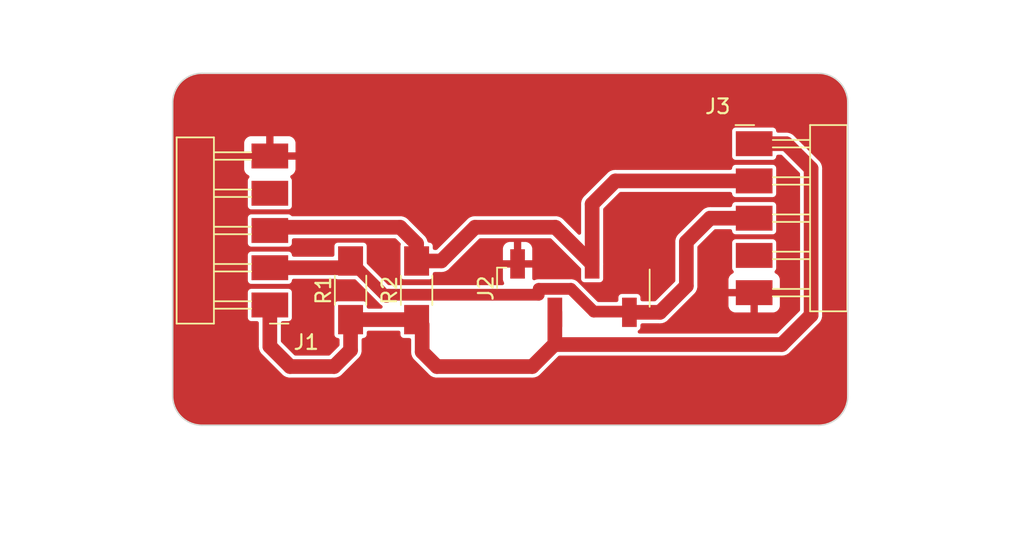
<source format=kicad_pcb>
(kicad_pcb (version 20221018) (generator pcbnew)
  (layers (0 "F.Cu" signal) (31 "B.Cu" signal) (34 "B.Paste" user) (35 "F.Paste" user) (36 "B.SilkS" user "B.Silkscreen") (37 "F.SilkS" user "F.Silkscreen") (38 "B.Mask" user) (39 "F.Mask" user) (44 "Edge.Cuts" user))
  (net 0 "")
  (net 1 "PWR_3V3")
  (net 2 "/SDA")
  (net 3 "/SCL")
  (net 4 "PWR_GND")
  (net 5 "PWR_5V")
  (footprint "fab:PinHeader_1x05_P2.54mm_Horizontal_SMD" (layer "F.Cu") (at 72.62 77.8 180)
    (fp_text reference "J1" (at -1.524 -2.54) (layer "F.SilkS") (effects (justify left)))
    (fp_text value "Conn_PinHeader_1x05_P2.54mm_Horizontal_SMD")
    (fp_line (start -1.27 -1.27) (end 0 -1.27) (stroke (width 0.12)) (layer "F.SilkS"))
    (fp_line (start 3.81 -1.27) (end 6.35 -1.27) (stroke (width 0.12)) (layer "F.SilkS"))
    (fp_line (start 3.81 -0.254) (end 1.27 -0.254) (stroke (width 0.12)) (layer "F.SilkS"))
    (fp_line (start 3.81 0.254) (end 1.27 0.254) (stroke (width 0.12)) (layer "F.SilkS"))
    (fp_line (start 3.81 2.286) (end 1.27 2.286) (stroke (width 0.12)) (layer "F.SilkS"))
    (fp_line (start 3.81 2.794) (end 1.27 2.794) (stroke (width 0.12)) (layer "F.SilkS"))
    (fp_line (start 3.81 4.826) (end 1.27 4.826) (stroke (width 0.12)) (layer "F.SilkS"))
    (fp_line (start 3.81 5.334) (end 1.27 5.334) (stroke (width 0.12)) (layer "F.SilkS"))
    (fp_line (start 3.81 7.366) (end 1.27 7.366) (stroke (width 0.12)) (layer "F.SilkS"))
    (fp_line (start 3.81 7.874) (end 1.27 7.874) (stroke (width 0.12)) (layer "F.SilkS"))
    (fp_line (start 3.81 9.906) (end 1.27 9.906) (stroke (width 0.12)) (layer "F.SilkS"))
    (fp_line (start 3.81 10.414) (end 1.27 10.414) (stroke (width 0.12)) (layer "F.SilkS"))
    (fp_line (start 3.81 11.43) (end 3.81 -1.27) (stroke (width 0.12)) (layer "F.SilkS"))
    (fp_line (start 6.35 -1.27) (end 6.35 11.43) (stroke (width 0.12)) (layer "F.SilkS"))
    (fp_line (start 6.35 11.43) (end 3.81 11.43) (stroke (width 0.12)) (layer "F.SilkS"))
    (pad "1" smd rect (at 0 0 180) (size 2.5 1.7) (layers "F.Cu" "F.Paste" "F.Mask") (net 1 "PWR_3V3"))
    (pad "2" smd rect (at 0 2.54 180) (size 2.5 1.7) (layers "F.Cu" "F.Paste" "F.Mask") (net 2 "/SDA"))
    (pad "3" smd rect (at 0 5.08 180) (size 2.5 1.7) (layers "F.Cu" "F.Paste" "F.Mask") (net 3 "/SCL"))
    (pad "4" smd rect (at 0 7.62 180) (size 2.5 1.7) (layers "F.Cu" "F.Paste" "F.Mask"))
    (pad "5" smd rect (at 0 10.16 180) (size 2.5 1.7) (layers "F.Cu" "F.Paste" "F.Mask") (net 4 "PWR_GND"))
  )
  (footprint "fab:R_1206" (layer "F.Cu") (at 82.62 76.8 90)
    (fp_text reference "R2" (at 0 -1.85 90) (layer "F.SilkS"))
    (fp_text value "5k")
    (fp_line (start -1 -1.07) (end 1 -1.07) (stroke (width 0.12)) (layer "F.SilkS"))
    (fp_line (start 1 1.07) (end -1 1.07) (stroke (width 0.12)) (layer "F.SilkS"))
    (pad "1" smd rect (at -2 0 90) (size 2 1.7) (layers "F.Cu" "F.Paste" "F.Mask") (net 1 "PWR_3V3"))
    (pad "2" smd rect (at 2 0 90) (size 2 1.7) (layers "F.Cu" "F.Paste" "F.Mask") (net 3 "/SCL"))
  )
  (footprint "fab:R_1206" (layer "F.Cu") (at 78.12 76.8 90)
    (fp_text reference "R1" (at 0 -1.85 90) (layer "F.SilkS"))
    (fp_text value "5k")
    (fp_line (start -1 -1.07) (end 1 -1.07) (stroke (width 0.12)) (layer "F.SilkS"))
    (fp_line (start 1 1.07) (end -1 1.07) (stroke (width 0.12)) (layer "F.SilkS"))
    (pad "1" smd rect (at -2 0 90) (size 2 1.7) (layers "F.Cu" "F.Paste" "F.Mask") (net 1 "PWR_3V3"))
    (pad "2" smd rect (at 2 0 90) (size 2 1.7) (layers "F.Cu" "F.Paste" "F.Mask") (net 2 "/SDA"))
  )
  (footprint "fab:PinHeader_1x05_P2.54mm_Horizontal_SMD" (layer "F.Cu") (at 105.62 66.8)
    (fp_text reference "J3" (at -1.524 -2.54) (layer "F.SilkS") (effects (justify right)))
    (fp_text value "Conn_PinHeader_1x05_P2.54mm_Horizontal_SMD")
    (fp_line (start -1.27 -1.27) (end 0 -1.27) (stroke (width 0.12)) (layer "F.SilkS"))
    (fp_line (start 3.81 -1.27) (end 6.35 -1.27) (stroke (width 0.12)) (layer "F.SilkS"))
    (fp_line (start 3.81 -0.254) (end 1.27 -0.254) (stroke (width 0.12)) (layer "F.SilkS"))
    (fp_line (start 3.81 0.254) (end 1.27 0.254) (stroke (width 0.12)) (layer "F.SilkS"))
    (fp_line (start 3.81 2.286) (end 1.27 2.286) (stroke (width 0.12)) (layer "F.SilkS"))
    (fp_line (start 3.81 2.794) (end 1.27 2.794) (stroke (width 0.12)) (layer "F.SilkS"))
    (fp_line (start 3.81 4.826) (end 1.27 4.826) (stroke (width 0.12)) (layer "F.SilkS"))
    (fp_line (start 3.81 5.334) (end 1.27 5.334) (stroke (width 0.12)) (layer "F.SilkS"))
    (fp_line (start 3.81 7.366) (end 1.27 7.366) (stroke (width 0.12)) (layer "F.SilkS"))
    (fp_line (start 3.81 7.874) (end 1.27 7.874) (stroke (width 0.12)) (layer "F.SilkS"))
    (fp_line (start 3.81 9.906) (end 1.27 9.906) (stroke (width 0.12)) (layer "F.SilkS"))
    (fp_line (start 3.81 10.414) (end 1.27 10.414) (stroke (width 0.12)) (layer "F.SilkS"))
    (fp_line (start 3.81 11.43) (end 3.81 -1.27) (stroke (width 0.12)) (layer "F.SilkS"))
    (fp_line (start 6.35 -1.27) (end 6.35 11.43) (stroke (width 0.12)) (layer "F.SilkS"))
    (fp_line (start 6.35 11.43) (end 3.81 11.43) (stroke (width 0.12)) (layer "F.SilkS"))
    (pad "1" smd rect (at 0 0) (size 2.5 1.7) (layers "F.Cu" "F.Paste" "F.Mask") (net 1 "PWR_3V3"))
    (pad "2" smd rect (at 0 2.54) (size 2.5 1.7) (layers "F.Cu" "F.Paste" "F.Mask") (net 3 "/SCL"))
    (pad "3" smd rect (at 0 5.08) (size 2.5 1.7) (layers "F.Cu" "F.Paste" "F.Mask") (net 2 "/SDA"))
    (pad "4" smd rect (at 0 7.62) (size 2.5 1.7) (layers "F.Cu" "F.Paste" "F.Mask") (net 5 "PWR_5V"))
    (pad "5" smd rect (at 0 10.16) (size 2.5 1.7) (layers "F.Cu" "F.Paste" "F.Mask") (net 4 "PWR_GND"))
  )
  (footprint "fab:PinSocket_1x04_P2.54mm_Vertical_SMD" (layer "F.Cu") (at 93.31 76.65 90)
    (fp_text reference "J2" (at 0 -5.969 90) (layer "F.SilkS"))
    (fp_text value "Conn_PinSocket_1x04_P2.54mm_Vertical_SMD")
    (fp_line (start -1.27 5.19) (end 1.27 5.19) (stroke (width 0.12)) (layer "F.SilkS"))
    (fp_line (start 1.397 -5.207) (end 0 -5.207) (stroke (width 0.12)) (layer "F.SilkS"))
    (fp_line (start 1.397 -4.572) (end 1.397 -5.207) (stroke (width 0.12)) (layer "F.SilkS"))
    (pad "1" smd rect (at 1.65 -3.81 90) (size 2 1) (layers "F.Cu" "F.Paste" "F.Mask") (net 4 "PWR_GND"))
    (pad "2" smd rect (at -1.65 -1.27 90) (size 2 1) (layers "F.Cu" "F.Paste" "F.Mask") (net 1 "PWR_3V3"))
    (pad "3" smd rect (at 1.65 1.27 90) (size 2 1) (layers "F.Cu" "F.Paste" "F.Mask") (net 3 "/SCL"))
    (pad "4" smd rect (at -1.65 3.81 90) (size 2 1) (layers "F.Cu" "F.Paste" "F.Mask") (net 2 "/SDA"))
  )
  (gr_line (start 110 86) (end 68 86) (stroke (width 0.1)) (layer "Edge.Cuts"))
  (gr_arc (start 66 64) (mid 66.585786 62.585786) (end 68 62) (stroke (width 0.1)) (layer "Edge.Cuts"))
  (gr_line (start 68 62) (end 110 62) (stroke (width 0.1)) (layer "Edge.Cuts"))
  (gr_arc (start 110 62) (mid 111.414214 62.585786) (end 112 64) (stroke (width 0.1)) (layer "Edge.Cuts"))
  (gr_line (start 112 64) (end 112 84) (stroke (width 0.1)) (layer "Edge.Cuts"))
  (gr_arc (start 68 86) (mid 66.585786 85.414214) (end 66 84) (stroke (width 0.1)) (layer "Edge.Cuts"))
  (gr_arc (start 112 84) (mid 111.414214 85.414214) (end 110 86) (stroke (width 0.1)) (layer "Edge.Cuts"))
  (gr_line (start 66 84) (end 66 64) (stroke (width 0.1)) (layer "Edge.Cuts"))
  (segment (start 78.12 78.8) (end 82.62 78.8) (width 1) (layer "F.Cu") (net 1))
  (segment (start 107.8 66.8) (end 109.5 68.5) (width 1) (layer "F.Cu") (net 1))
  (segment (start 83 79.18) (end 82.62 78.8) (width 1) (layer "F.Cu") (net 1))
  (segment (start 109.5 78.5) (end 107.5 80.5) (width 1) (layer "F.Cu") (net 1))
  (segment (start 77 82) (end 74 82) (width 1) (layer "F.Cu") (net 1))
  (segment (start 74 82) (end 72.62 80.62) (width 1) (layer "F.Cu") (net 1))
  (segment (start 72.62 80.62) (end 72.62 77.8) (width 1) (layer "F.Cu") (net 1))
  (segment (start 105.62 66.8) (end 107.8 66.8) (width 1) (layer "F.Cu") (net 1))
  (segment (start 92.08 80.5) (end 92.04 80.46) (width 1) (layer "F.Cu") (net 1))
  (segment (start 109.5 68.5) (end 109.5 78.5) (width 1) (layer "F.Cu") (net 1))
  (segment (start 78.12 80.88) (end 77 82) (width 1) (layer "F.Cu") (net 1))
  (segment (start 78.12 78.8) (end 78.12 80.88) (width 1) (layer "F.Cu") (net 1))
  (segment (start 92.04 80.46) (end 90.5 82) (width 1) (layer "F.Cu") (net 1))
  (segment (start 92.04 78.3) (end 92.04 80.46) (width 1) (layer "F.Cu") (net 1))
  (segment (start 107.5 80.5) (end 92.08 80.5) (width 1) (layer "F.Cu") (net 1))
  (segment (start 83 81) (end 83 79.18) (width 1) (layer "F.Cu") (net 1))
  (segment (start 84 82) (end 83 81) (width 1) (layer "F.Cu") (net 1))
  (segment (start 90.5 82) (end 84 82) (width 1) (layer "F.Cu") (net 1))
  (segment (start 97.12 78.3) (end 99.2 78.3) (width 1) (layer "F.Cu") (net 2))
  (segment (start 97.07 78.25) (end 97.12 78.3) (width 0.8) (layer "F.Cu") (net 2))
  (segment (start 80.57 77.25) (end 80.72 77.1) (width 0.8) (layer "F.Cu") (net 2))
  (segment (start 77.66 75.26) (end 78.12 74.8) (width 1) (layer "F.Cu") (net 2))
  (segment (start 90.94 77.1) (end 90.94 76.7) (width 0.8) (layer "F.Cu") (net 2))
  (segment (start 101 73.5) (end 102.62 71.88) (width 1) (layer "F.Cu") (net 2))
  (segment (start 80.72 77.1) (end 90.94 77.1) (width 0.8) (layer "F.Cu") (net 2))
  (segment (start 90.94 76.7) (end 93.14 76.7) (width 0.8) (layer "F.Cu") (net 2))
  (segment (start 93.14 76.7) (end 94.69 78.25) (width 0.8) (layer "F.Cu") (net 2))
  (segment (start 101 76.5) (end 101 73.5) (width 1) (layer "F.Cu") (net 2))
  (segment (start 78.12 74.8) (end 80.57 77.25) (width 0.8) (layer "F.Cu") (net 2))
  (segment (start 72.62 75.26) (end 77.66 75.26) (width 1) (layer "F.Cu") (net 2))
  (segment (start 99.2 78.3) (end 101 76.5) (width 1) (layer "F.Cu") (net 2))
  (segment (start 94.69 78.25) (end 97.07 78.25) (width 0.8) (layer "F.Cu") (net 2))
  (segment (start 102.62 71.88) (end 105.62 71.88) (width 1) (layer "F.Cu") (net 2))
  (segment (start 82.62 73.62) (end 82.62 74.8) (width 1) (layer "F.Cu") (net 3))
  (segment (start 86.6 72.5) (end 92.08 72.5) (width 1) (layer "F.Cu") (net 3))
  (segment (start 72.62 72.72) (end 72.84 72.5) (width 1) (layer "F.Cu") (net 3))
  (segment (start 96.16 69.34) (end 105.62 69.34) (width 1) (layer "F.Cu") (net 3))
  (segment (start 94.58 75) (end 94.58 70.92) (width 1) (layer "F.Cu") (net 3))
  (segment (start 92.08 72.5) (end 94.58 75) (width 1) (layer "F.Cu") (net 3))
  (segment (start 72.84 72.5) (end 81.5 72.5) (width 1) (layer "F.Cu") (net 3))
  (segment (start 84.3 74.8) (end 86.6 72.5) (width 1) (layer "F.Cu") (net 3))
  (segment (start 94.58 70.92) (end 96.16 69.34) (width 1) (layer "F.Cu") (net 3))
  (segment (start 82.62 74.8) (end 84.3 74.8) (width 1) (layer "F.Cu") (net 3))
  (segment (start 81.5 72.5) (end 82.62 73.62) (width 1) (layer "F.Cu") (net 3))
  (zone (net 4) (net_name "PWR_GND") (layer "F.Cu") (connect_pads (clearance 0.25)) (min_thickness 0.25) (fill yes (thermal_gap 0.5) (thermal_bridge_width 0.5))
    (polygon (pts (xy 117.5 57) (xy 117.5 91.5) (xy 56 91.5) (xy 55.5 57)))
  )
)
</source>
